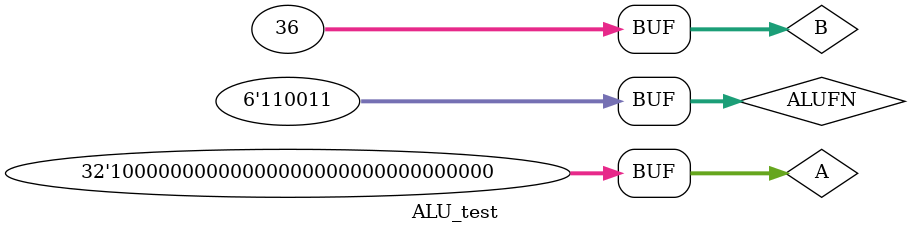
<source format=v>
`timescale 1ns/100ps
 
// Module Name:  ALU_test 
//
// Description: This is the testbench for ALU module
// 
// Revision:
 
// Additional Comments: Functional verification is done by calling each functions one by one.
// 
////////////////////////////////////////////////////////////////////////////////

module ALU_test;

	// Inputs
	reg [31:0] A;
	reg [31:0] B;
	reg [5:0] ALUFN;

	// Outputs
	wire [31:0] Y;
	wire Z;
	wire V;
	wire N;

	// Instantiate the Unit Under Test (UUT)
	ALU uut (
		.A(A), 
		.B(B), 
		.ALUFN(ALUFN), 
		.Y(Y), 
		.Z(Z), 
		.V(V), 
		.N(N)
	);

	initial begin
		// Initialize Inputs
		A = 0;
		B = 0;
		ALUFN = 0;

		// Wait 100 ns for global reset to finish
		#100;
    	end
    initial
        begin
        
		  #10 A=32'd 67 ; B=32'd36 ; ALUFN=6'b000011 ; // COMPEQ
		  #10 A=32'd 67 ; B=32'd67 ; ALUFN=6'b000011 ; // CMPEQ
		  #10 A=32'd 37 ; B=32'd36 ; ALUFN=6'b000101 ; // CMPLT
		  #10 A=32'd 35 ; B=32'd36 ; ALUFN=6'b000101 ; // CMPLT
		  #10 A=32'd 35 ; B=32'd35 ; ALUFN=6'b000101 ; // CMPLT
		  #10 A=32'd 67 ; B=32'd36 ; ALUFN=6'b000111 ; // CMPLE
		  #10 A=32'd 67 ; B=32'd36 ; ALUFN=6'b010000 ; // ADD
		  #10 A=32'd 67 ; B=32'd36 ; ALUFN=6'b010001 ; // SUB
		  #10 A=32'd 67 ; B=32'd36 ; ALUFN=6'b101000 ; // AND
		  #10 A=32'd 67 ; B=32'd36 ; ALUFN=6'b101110 ; // OR
		  #10 A=32'd 67 ; B=32'd36 ; ALUFN=6'b100110 ; //XOR
		  #10 A=32'd 67 ; B=32'd36 ; ALUFN=6'b101001 ; //XNOR
		  #10 A=32'd 67 ; B=32'd36 ; ALUFN=6'b101010 ; // A(BUFF)
		  #10 A=32'd 67 ; B=32'd36 ; ALUFN=6'b000011 ; // COMPEQ
		  #10 A=32'd 67 ; B=32'd36 ; ALUFN=6'b110000 ; // SHL
		  #10 A=32'd 67 ; B=32'd36 ; ALUFN=6'b110001 ; // SHR
		  #10 A=32'd 67 ; B=32'd36 ; ALUFN=6'b110011 ;  // SRA
		  #10 A=32'd2147483648 ; B=32'd36 ; ALUFN=6'b110011 ; //SRA
             end		  
                endmodule


</source>
